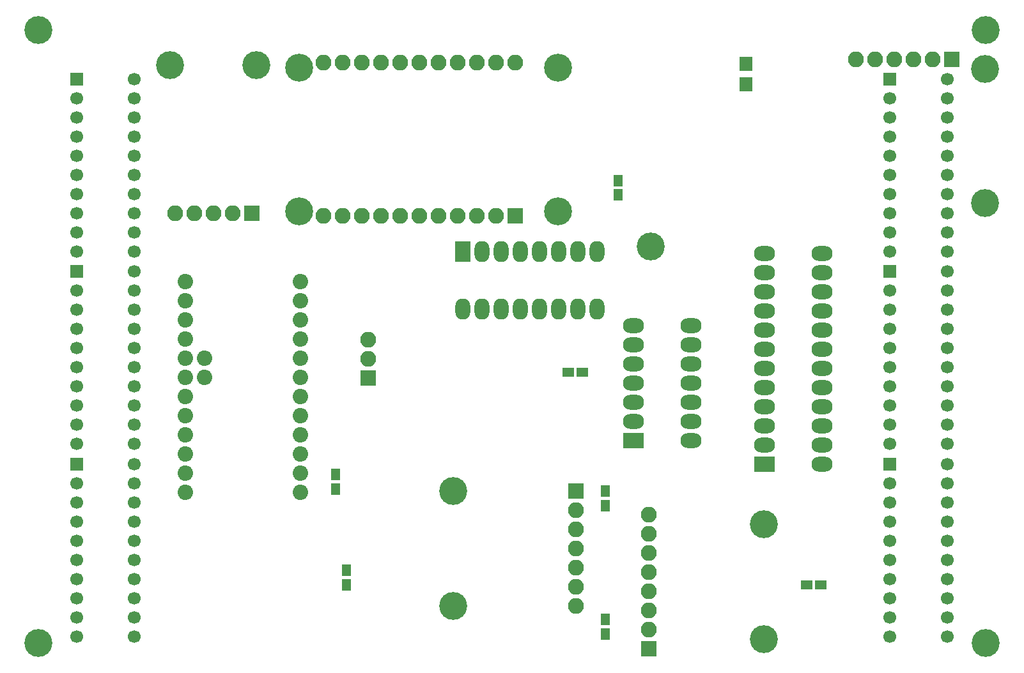
<source format=gbr>
G04 #@! TF.FileFunction,Soldermask,Bot*
%FSLAX46Y46*%
G04 Gerber Fmt 4.6, Leading zero omitted, Abs format (unit mm)*
G04 Created by KiCad (PCBNEW 4.0.6) date 09/02/17 13:52:09*
%MOMM*%
%LPD*%
G01*
G04 APERTURE LIST*
%ADD10C,0.100000*%
%ADD11C,3.702000*%
%ADD12R,2.100000X2.100000*%
%ADD13O,2.100000X2.100000*%
%ADD14C,2.048460*%
%ADD15R,1.700000X1.700000*%
%ADD16C,1.700000*%
%ADD17R,2.800000X2.000000*%
%ADD18O,2.800000X2.000000*%
%ADD19O,3.702000X3.702000*%
%ADD20R,2.000000X2.800000*%
%ADD21O,2.000000X2.800000*%
%ADD22R,1.700000X1.900000*%
%ADD23R,1.150000X1.600000*%
%ADD24R,1.600000X1.150000*%
G04 APERTURE END LIST*
D10*
D11*
X157543500Y-96012000D03*
X201866500Y-90233500D03*
D12*
X197421500Y-71183500D03*
D13*
X194881500Y-71183500D03*
X192341500Y-71183500D03*
X189801500Y-71183500D03*
X187261500Y-71183500D03*
X184721500Y-71183500D03*
D11*
X201866500Y-72453500D03*
X76454000Y-148590000D03*
X201930000Y-148590000D03*
X76454000Y-67310000D03*
D14*
X111125000Y-108267500D03*
X111125000Y-110807500D03*
X111125000Y-113347500D03*
X111125000Y-115887500D03*
X111125000Y-118427500D03*
X95885000Y-128587500D03*
X95885000Y-126044960D03*
X95885000Y-123507500D03*
X95885000Y-120967500D03*
X95885000Y-118427500D03*
X95885000Y-113347500D03*
X95885000Y-110807500D03*
X95885000Y-108267500D03*
X95885000Y-105727500D03*
X95885000Y-103187500D03*
X95885000Y-100647500D03*
X98425000Y-113347500D03*
X98425000Y-110807500D03*
X95885000Y-115887500D03*
X111125000Y-128587500D03*
X111125000Y-126044960D03*
X111125000Y-100647500D03*
X111125000Y-103187500D03*
X111125000Y-105727500D03*
X111125000Y-123507500D03*
X111125000Y-120967500D03*
D15*
X81534000Y-99314000D03*
D16*
X81534000Y-101854000D03*
X81534000Y-104394000D03*
X81534000Y-106934000D03*
X89154000Y-117094000D03*
X89154000Y-114554000D03*
X89154000Y-112014000D03*
X89154000Y-109474000D03*
X81534000Y-109474000D03*
X81534000Y-112014000D03*
X81534000Y-114554000D03*
X81534000Y-117094000D03*
X89154000Y-119634000D03*
X89154000Y-122174000D03*
X81534000Y-122174000D03*
X81534000Y-119634000D03*
X89154000Y-106934000D03*
X89154000Y-104394000D03*
X89154000Y-101854000D03*
X89154000Y-99314000D03*
D11*
X105346500Y-71945500D03*
D12*
X104711500Y-91630500D03*
D13*
X102171500Y-91630500D03*
X99631500Y-91630500D03*
X97091500Y-91630500D03*
X94551500Y-91630500D03*
D11*
X93916500Y-71945500D03*
D17*
X155257500Y-121729500D03*
D18*
X162877500Y-106489500D03*
X155257500Y-119189500D03*
X162877500Y-109029500D03*
X155257500Y-116649500D03*
X162877500Y-111569500D03*
X155257500Y-114109500D03*
X162877500Y-114109500D03*
X155257500Y-111569500D03*
X162877500Y-116649500D03*
X155257500Y-109029500D03*
X162877500Y-119189500D03*
X155257500Y-106489500D03*
X162877500Y-121729500D03*
D19*
X110998000Y-72263000D03*
X110998000Y-91313000D03*
X145288000Y-91313000D03*
D13*
X114173000Y-71628000D03*
X116713000Y-71628000D03*
X119253000Y-71628000D03*
X121793000Y-71628000D03*
X124333000Y-71628000D03*
X126873000Y-71628000D03*
X129413000Y-71628000D03*
X131953000Y-71628000D03*
X134493000Y-71628000D03*
X137033000Y-71628000D03*
X139573000Y-71628000D03*
D12*
X139573000Y-91948000D03*
D13*
X137033000Y-91948000D03*
X134493000Y-91948000D03*
X131953000Y-91948000D03*
X129413000Y-91948000D03*
X126873000Y-91948000D03*
X124333000Y-91948000D03*
X121793000Y-91948000D03*
X119253000Y-91948000D03*
X116713000Y-91948000D03*
X114173000Y-91948000D03*
D19*
X145288000Y-72263000D03*
D11*
X131381500Y-143637000D03*
D12*
X147637500Y-128397000D03*
D13*
X147637500Y-130937000D03*
X147637500Y-133477000D03*
X147637500Y-136017000D03*
X147637500Y-138557000D03*
X147637500Y-141097000D03*
X147637500Y-143637000D03*
D11*
X131381500Y-128397000D03*
D20*
X132651500Y-96710500D03*
D21*
X150431500Y-104330500D03*
X135191500Y-96710500D03*
X147891500Y-104330500D03*
X137731500Y-96710500D03*
X145351500Y-104330500D03*
X140271500Y-96710500D03*
X142811500Y-104330500D03*
X142811500Y-96710500D03*
X140271500Y-104330500D03*
X145351500Y-96710500D03*
X137731500Y-104330500D03*
X147891500Y-96710500D03*
X135191500Y-104330500D03*
X150431500Y-96710500D03*
X132651500Y-104330500D03*
D17*
X172656500Y-124904500D03*
D18*
X180276500Y-96964500D03*
X172656500Y-122364500D03*
X180276500Y-99504500D03*
X172656500Y-119824500D03*
X180276500Y-102044500D03*
X172656500Y-117284500D03*
X180276500Y-104584500D03*
X172656500Y-114744500D03*
X180276500Y-107124500D03*
X172656500Y-112204500D03*
X180276500Y-109664500D03*
X172656500Y-109664500D03*
X180276500Y-112204500D03*
X172656500Y-107124500D03*
X180276500Y-114744500D03*
X172656500Y-104584500D03*
X180276500Y-117284500D03*
X172656500Y-102044500D03*
X180276500Y-119824500D03*
X172656500Y-99504500D03*
X180276500Y-122364500D03*
X172656500Y-96964500D03*
X180276500Y-124904500D03*
D11*
X172529500Y-132842000D03*
D12*
X157289500Y-149352000D03*
D13*
X157289500Y-146812000D03*
X157289500Y-144272000D03*
X157289500Y-141732000D03*
X157289500Y-139192000D03*
X157289500Y-136652000D03*
X157289500Y-134112000D03*
X157289500Y-131572000D03*
D11*
X172529500Y-148082000D03*
D12*
X120142000Y-113411000D03*
D13*
X120142000Y-110871000D03*
X120142000Y-108331000D03*
D22*
X170180000Y-71802000D03*
X170180000Y-74502000D03*
D15*
X189230000Y-124841000D03*
D16*
X189230000Y-127381000D03*
X189230000Y-129921000D03*
X189230000Y-132461000D03*
X196850000Y-142621000D03*
X196850000Y-140081000D03*
X196850000Y-137541000D03*
X196850000Y-135001000D03*
X189230000Y-135001000D03*
X189230000Y-137541000D03*
X189230000Y-140081000D03*
X189230000Y-142621000D03*
X196850000Y-145161000D03*
X196850000Y-147701000D03*
X189230000Y-147701000D03*
X189230000Y-145161000D03*
X196850000Y-132461000D03*
X196850000Y-129921000D03*
X196850000Y-127381000D03*
X196850000Y-124841000D03*
D15*
X189230000Y-99314000D03*
D16*
X189230000Y-101854000D03*
X189230000Y-104394000D03*
X189230000Y-106934000D03*
X196850000Y-117094000D03*
X196850000Y-114554000D03*
X196850000Y-112014000D03*
X196850000Y-109474000D03*
X189230000Y-109474000D03*
X189230000Y-112014000D03*
X189230000Y-114554000D03*
X189230000Y-117094000D03*
X196850000Y-119634000D03*
X196850000Y-122174000D03*
X189230000Y-122174000D03*
X189230000Y-119634000D03*
X196850000Y-106934000D03*
X196850000Y-104394000D03*
X196850000Y-101854000D03*
X196850000Y-99314000D03*
D15*
X189230000Y-73787000D03*
D16*
X189230000Y-76327000D03*
X189230000Y-78867000D03*
X189230000Y-81407000D03*
X196850000Y-91567000D03*
X196850000Y-89027000D03*
X196850000Y-86487000D03*
X196850000Y-83947000D03*
X189230000Y-83947000D03*
X189230000Y-86487000D03*
X189230000Y-89027000D03*
X189230000Y-91567000D03*
X196850000Y-94107000D03*
X196850000Y-96647000D03*
X189230000Y-96647000D03*
X189230000Y-94107000D03*
X196850000Y-81407000D03*
X196850000Y-78867000D03*
X196850000Y-76327000D03*
X196850000Y-73787000D03*
D15*
X81534000Y-124841000D03*
D16*
X81534000Y-127381000D03*
X81534000Y-129921000D03*
X81534000Y-132461000D03*
X89154000Y-142621000D03*
X89154000Y-140081000D03*
X89154000Y-137541000D03*
X89154000Y-135001000D03*
X81534000Y-135001000D03*
X81534000Y-137541000D03*
X81534000Y-140081000D03*
X81534000Y-142621000D03*
X89154000Y-145161000D03*
X89154000Y-147701000D03*
X81534000Y-147701000D03*
X81534000Y-145161000D03*
X89154000Y-132461000D03*
X89154000Y-129921000D03*
X89154000Y-127381000D03*
X89154000Y-124841000D03*
D15*
X81534000Y-73787000D03*
D16*
X81534000Y-76327000D03*
X81534000Y-78867000D03*
X81534000Y-81407000D03*
X89154000Y-91567000D03*
X89154000Y-89027000D03*
X89154000Y-86487000D03*
X89154000Y-83947000D03*
X81534000Y-83947000D03*
X81534000Y-86487000D03*
X81534000Y-89027000D03*
X81534000Y-91567000D03*
X89154000Y-94107000D03*
X89154000Y-96647000D03*
X81534000Y-96647000D03*
X81534000Y-94107000D03*
X89154000Y-81407000D03*
X89154000Y-78867000D03*
X89154000Y-76327000D03*
X89154000Y-73787000D03*
D23*
X153225500Y-87251500D03*
X153225500Y-89151500D03*
D24*
X146624000Y-112712500D03*
X148524000Y-112712500D03*
D23*
X115824000Y-128140500D03*
X115824000Y-126240500D03*
X117284500Y-140840500D03*
X117284500Y-138940500D03*
D24*
X178183500Y-140906500D03*
X180083500Y-140906500D03*
D23*
X151511000Y-128463000D03*
X151511000Y-130363000D03*
X151574500Y-147381000D03*
X151574500Y-145481000D03*
D11*
X201930000Y-67310000D03*
M02*

</source>
